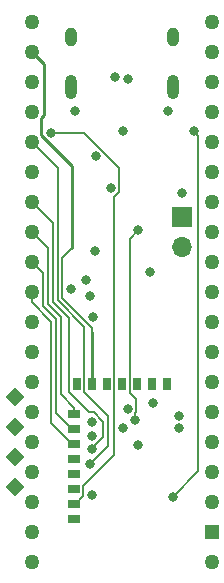
<source format=gbr>
G04 #@! TF.GenerationSoftware,KiCad,Pcbnew,(5.0.0)*
G04 #@! TF.CreationDate,2020-09-24T16:15:51-06:00*
G04 #@! TF.ProjectId,BlueMacro,426C75654D6163726F2E6B696361645F,rev?*
G04 #@! TF.SameCoordinates,Original*
G04 #@! TF.FileFunction,Copper,L3,Inr,Signal*
G04 #@! TF.FilePolarity,Positive*
%FSLAX46Y46*%
G04 Gerber Fmt 4.6, Leading zero omitted, Abs format (unit mm)*
G04 Created by KiCad (PCBNEW (5.0.0)) date 09/24/20 16:15:51*
%MOMM*%
%LPD*%
G01*
G04 APERTURE LIST*
G04 #@! TA.AperFunction,WasherPad*
%ADD10C,1.270000*%
G04 #@! TD*
G04 #@! TA.AperFunction,ViaPad*
%ADD11C,1.270000*%
G04 #@! TD*
G04 #@! TA.AperFunction,ViaPad*
%ADD12R,1.250000X1.250000*%
G04 #@! TD*
G04 #@! TA.AperFunction,ViaPad*
%ADD13R,1.700000X1.700000*%
G04 #@! TD*
G04 #@! TA.AperFunction,ViaPad*
%ADD14O,1.700000X1.700000*%
G04 #@! TD*
G04 #@! TA.AperFunction,ViaPad*
%ADD15O,1.000000X1.600000*%
G04 #@! TD*
G04 #@! TA.AperFunction,ViaPad*
%ADD16O,1.000000X2.100000*%
G04 #@! TD*
G04 #@! TA.AperFunction,ViaPad*
%ADD17R,0.650000X1.000000*%
G04 #@! TD*
G04 #@! TA.AperFunction,ViaPad*
%ADD18R,1.000000X0.650000*%
G04 #@! TD*
G04 #@! TA.AperFunction,ViaPad*
%ADD19C,1.100000*%
G04 #@! TD*
G04 #@! TA.AperFunction,Conductor*
%ADD20C,0.100000*%
G04 #@! TD*
G04 #@! TA.AperFunction,ViaPad*
%ADD21C,0.800000*%
G04 #@! TD*
G04 #@! TA.AperFunction,Conductor*
%ADD22C,0.200000*%
G04 #@! TD*
G04 #@! TA.AperFunction,Conductor*
%ADD23C,0.250000*%
G04 #@! TD*
G04 APERTURE END LIST*
D10*
G04 #@! TO.N,*
G04 #@! TO.C,U4*
X55880000Y-27940000D03*
X40640000Y-27940000D03*
X55880000Y-73660000D03*
X40640000Y-73660000D03*
D11*
G04 #@! TO.N,/P0.10*
X40640000Y-71120000D03*
G04 #@! TO.N,/P0.09*
X40640000Y-68580000D03*
G04 #@! TO.N,VBatt*
X40640000Y-66040000D03*
G04 #@! TO.N,GND*
X40640000Y-63500000D03*
G04 #@! TO.N,Reset*
X40640000Y-60960000D03*
G04 #@! TO.N,N/C*
X40640000Y-53340000D03*
G04 #@! TO.N,/P0.20*
X40640000Y-50800000D03*
G04 #@! TO.N,/P0.17*
X40640000Y-48260000D03*
G04 #@! TO.N,N/C*
X40640000Y-55880000D03*
G04 #@! TO.N,VBus*
X40640000Y-58420000D03*
D12*
G04 #@! TO.N,/P1.11*
X55880000Y-71120000D03*
D11*
G04 #@! TO.N,/P0.03*
X55880000Y-68580000D03*
G04 #@! TO.N,/P0.28*
X55880000Y-66040000D03*
G04 #@! TO.N,/P1.13*
X55880000Y-63500000D03*
G04 #@! TO.N,Reset*
X55880000Y-60960000D03*
G04 #@! TO.N,GND*
X55880000Y-58420000D03*
G04 #@! TO.N,/P0.30*
X55880000Y-55880000D03*
G04 #@! TO.N,/P0.02*
X55880000Y-53340000D03*
G04 #@! TO.N,/P0.29*
X55880000Y-50800000D03*
G04 #@! TO.N,/P0.26*
X55880000Y-48260000D03*
G04 #@! TO.N,/P0.06*
X55880000Y-45720000D03*
G04 #@! TO.N,/P0.05*
X55880000Y-43180000D03*
G04 #@! TO.N,/P0.15*
X40640000Y-45720000D03*
G04 #@! TO.N,/P0.13*
X40640000Y-43180000D03*
G04 #@! TO.N,/P0.22*
X40640000Y-40640000D03*
G04 #@! TO.N,/P0.24*
X40640000Y-38100000D03*
G04 #@! TO.N,N/C*
X40640000Y-35560000D03*
G04 #@! TO.N,/3V3*
X40640000Y-33020000D03*
G04 #@! TO.N,/P0.07*
X40640000Y-30480000D03*
G04 #@! TO.N,/P1.06*
X55880000Y-30480000D03*
G04 #@! TO.N,/P0.12*
X55880000Y-33020000D03*
G04 #@! TO.N,/P0.04*
X55880000Y-35560000D03*
G04 #@! TO.N,/P1.09*
X55880000Y-38100000D03*
G04 #@! TO.N,/P0.08*
X55880000Y-40640000D03*
G04 #@! TD*
D13*
G04 #@! TO.N,VBatt*
G04 #@! TO.C,J1*
X53340000Y-44450000D03*
D14*
G04 #@! TO.N,GND*
X53340000Y-46990000D03*
G04 #@! TD*
D15*
G04 #@! TO.N,Net-(J3-PadS1)*
G04 #@! TO.C,J3*
X43940000Y-29270000D03*
X52580000Y-29270000D03*
D16*
X43940000Y-33450000D03*
X52580000Y-33450000D03*
G04 #@! TD*
D17*
G04 #@! TO.N,/P0.04*
G04 #@! TO.C,U2*
X48283000Y-58607000D03*
G04 #@! TO.N,GND*
X44473000Y-58607000D03*
G04 #@! TO.N,/P0.07*
X45743000Y-58607000D03*
G04 #@! TO.N,/P0.08*
X49553000Y-58607000D03*
G04 #@! TO.N,/P0.12*
X47013000Y-58607000D03*
G04 #@! TO.N,/P0.26*
X52093000Y-58607000D03*
G04 #@! TO.N,/P0.06*
X50823000Y-58607000D03*
D18*
G04 #@! TO.N,/P1.06*
X44219000Y-70037000D03*
G04 #@! TO.N,RED_LED*
X44219000Y-68767000D03*
G04 #@! TO.N,N/C*
X44219000Y-67497000D03*
G04 #@! TO.N,SWO*
X44219000Y-66227000D03*
G04 #@! TO.N,/P0.22*
X44219000Y-64957000D03*
G04 #@! TO.N,/P0.20*
X44219000Y-63687000D03*
G04 #@! TO.N,/P0.17*
X44219000Y-62417000D03*
G04 #@! TO.N,/P0.15*
X44219000Y-61147000D03*
G04 #@! TD*
D19*
G04 #@! TO.N,VCC*
G04 #@! TO.C,TP1*
X39243000Y-59690000D03*
D20*
G36*
X39243000Y-60467817D02*
X38465183Y-59690000D01*
X39243000Y-58912183D01*
X40020817Y-59690000D01*
X39243000Y-60467817D01*
X39243000Y-60467817D01*
G37*
G04 #@! TD*
D19*
G04 #@! TO.N,GND*
G04 #@! TO.C,TP2*
X39243000Y-62230000D03*
D20*
G36*
X39243000Y-63007817D02*
X38465183Y-62230000D01*
X39243000Y-61452183D01*
X40020817Y-62230000D01*
X39243000Y-63007817D01*
X39243000Y-63007817D01*
G37*
G04 #@! TD*
D19*
G04 #@! TO.N,SWDCLK*
G04 #@! TO.C,TP3*
X39243000Y-64770000D03*
D20*
G36*
X39243000Y-65547817D02*
X38465183Y-64770000D01*
X39243000Y-63992183D01*
X40020817Y-64770000D01*
X39243000Y-65547817D01*
X39243000Y-65547817D01*
G37*
G04 #@! TD*
D19*
G04 #@! TO.N,SWDIO*
G04 #@! TO.C,TP4*
X39243000Y-67310000D03*
D20*
G36*
X39243000Y-68087817D02*
X38465183Y-67310000D01*
X39243000Y-66532183D01*
X40020817Y-67310000D01*
X39243000Y-68087817D01*
X39243000Y-68087817D01*
G37*
G04 #@! TD*
D21*
G04 #@! TO.N,GND*
X53340000Y-42418000D03*
X52203831Y-35488064D03*
X44316172Y-35488067D03*
X43942000Y-50546000D03*
X47371000Y-42037000D03*
X49657000Y-63754000D03*
X48338011Y-62357000D03*
G04 #@! TO.N,Net-(C3-Pad1)*
X45575836Y-51184011D03*
X46085447Y-39315048D03*
G04 #@! TO.N,VBatt*
X50673000Y-49149000D03*
G04 #@! TO.N,VCC*
X45835649Y-52973684D03*
G04 #@! TO.N,VBatt_Monitor*
X49657000Y-45593000D03*
X49403000Y-61631990D03*
G04 #@! TO.N,VBus*
X46045497Y-47402942D03*
X48387000Y-37211000D03*
G04 #@! TO.N,RED_LED*
X42291001Y-37338001D03*
G04 #@! TO.N,BLUE_LED*
X52578008Y-68199000D03*
X54356004Y-37211000D03*
G04 #@! TO.N,SWDCLK*
X45719015Y-68052429D03*
G04 #@! TO.N,D+*
X45718490Y-62992004D03*
X48768000Y-32766000D03*
G04 #@! TO.N,D-*
X47726976Y-32628914D03*
X45720000Y-61849000D03*
G04 #@! TO.N,SWO*
X45247876Y-49774684D03*
G04 #@! TO.N,/P0.24*
X45574265Y-65386271D03*
G04 #@! TO.N,/P0.13*
X45718490Y-64135000D03*
G04 #@! TO.N,/P0.02*
X53085990Y-62357000D03*
G04 #@! TO.N,/P0.29*
X53086000Y-61341000D03*
G04 #@! TO.N,/P1.09*
X48768000Y-60706000D03*
G04 #@! TO.N,/P0.05*
X50878011Y-60198006D03*
G04 #@! TD*
D22*
G04 #@! TO.N,VBatt_Monitor*
X49468001Y-61001304D02*
X49403000Y-61066305D01*
X48927999Y-46322001D02*
X48927999Y-59347001D01*
X48927999Y-59347001D02*
X49468001Y-59887003D01*
X49657000Y-45593000D02*
X48927999Y-46322001D01*
X49468001Y-59887003D02*
X49468001Y-61001304D01*
X49403000Y-61066305D02*
X49403000Y-61631990D01*
G04 #@! TO.N,RED_LED*
X47638001Y-42806001D02*
X48071001Y-42373001D01*
X45019001Y-68141999D02*
X45019001Y-67274620D01*
X45019001Y-67274620D02*
X47638001Y-64655620D01*
X45105003Y-37338001D02*
X42856686Y-37338001D01*
X48071001Y-42373001D02*
X48071001Y-40303999D01*
X42856686Y-37338001D02*
X42291001Y-37338001D01*
X48071001Y-40303999D02*
X45105003Y-37338001D01*
X44394000Y-68767000D02*
X45019001Y-68141999D01*
X47638001Y-64655620D02*
X47638001Y-42806001D01*
X44219000Y-68767000D02*
X44394000Y-68767000D01*
G04 #@! TO.N,BLUE_LED*
X54756003Y-66021005D02*
X54756003Y-37610999D01*
X52578008Y-68199000D02*
X54756003Y-66021005D01*
X54756003Y-37610999D02*
X54356004Y-37211000D01*
G04 #@! TO.N,/P0.24*
X47117000Y-61346002D02*
X47117000Y-63843536D01*
X42841988Y-40301988D02*
X42841988Y-51535688D01*
X45974264Y-64986272D02*
X45574265Y-65386271D01*
X40640000Y-38100000D02*
X42841988Y-40301988D01*
X47117000Y-63843536D02*
X45974264Y-64986272D01*
X45098001Y-59327003D02*
X47117000Y-61346002D01*
X45098001Y-53791701D02*
X45098001Y-59327003D01*
X42841988Y-51535688D02*
X45098001Y-53791701D01*
G04 #@! TO.N,/P0.13*
X46716989Y-61809987D02*
X46716989Y-63136501D01*
X43815000Y-53074400D02*
X43815000Y-59314002D01*
X40640000Y-43180000D02*
X42441977Y-44981977D01*
X45929001Y-61021999D02*
X46716989Y-61809987D01*
X46118489Y-63735001D02*
X45718490Y-64135000D01*
X46716989Y-63136501D02*
X46118489Y-63735001D01*
X42441977Y-44981977D02*
X42441977Y-51701377D01*
X43815000Y-59314002D02*
X45522997Y-61021999D01*
X45522997Y-61021999D02*
X45929001Y-61021999D01*
X42441977Y-51701377D02*
X43815000Y-53074400D01*
D23*
G04 #@! TO.N,/P0.07*
X45743000Y-58607000D02*
X45743000Y-54230951D01*
D22*
X45743000Y-54230951D02*
X45743000Y-53871000D01*
X45743000Y-53871000D02*
X43241999Y-51369999D01*
X43241999Y-47925674D02*
X44069000Y-47098673D01*
X43241999Y-51369999D02*
X43241999Y-47925674D01*
D23*
X44069000Y-40189002D02*
X41438999Y-37559001D01*
X41438999Y-37559001D02*
X41438999Y-36100999D01*
X41438999Y-36100999D02*
X41692998Y-35847000D01*
X41692998Y-31532998D02*
X41274999Y-31114999D01*
X44069000Y-47098673D02*
X44069000Y-40189002D01*
X41274999Y-31114999D02*
X40640000Y-30480000D01*
X41692998Y-35847000D02*
X41692998Y-31532998D01*
D22*
G04 #@! TO.N,/P0.20*
X42291000Y-53349025D02*
X42291000Y-61934000D01*
X40640000Y-51698025D02*
X42291000Y-53349025D01*
X42291000Y-61934000D02*
X44044000Y-63687000D01*
X44044000Y-63687000D02*
X44219000Y-63687000D01*
X40640000Y-50800000D02*
X40640000Y-51698025D01*
G04 #@! TO.N,/P0.17*
X42691011Y-53081811D02*
X41641955Y-52032755D01*
X44219000Y-62417000D02*
X44044000Y-62417000D01*
X44044000Y-62417000D02*
X42691011Y-61064011D01*
X42691011Y-61064011D02*
X42691011Y-53081811D01*
X41274999Y-48894999D02*
X40640000Y-48260000D01*
X41641955Y-49261955D02*
X41274999Y-48894999D01*
X41641955Y-52032755D02*
X41641955Y-49261955D01*
G04 #@! TO.N,/P0.15*
X42041966Y-47121966D02*
X42041966Y-51867066D01*
X43091022Y-52916122D02*
X43091022Y-59494022D01*
X44219000Y-60622000D02*
X44219000Y-61147000D01*
X43091022Y-59494022D02*
X44219000Y-60622000D01*
X40640000Y-45720000D02*
X42041966Y-47121966D01*
X42041966Y-51867066D02*
X43091022Y-52916122D01*
G04 #@! TD*
M02*

</source>
